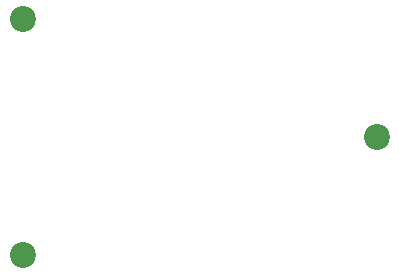
<source format=gbr>
%TF.GenerationSoftware,KiCad,Pcbnew,9.0.2*%
%TF.CreationDate,2025-07-10T11:39:35+02:00*%
%TF.ProjectId,iagabel,69616761-6265-46c2-9e6b-696361645f70,rev?*%
%TF.SameCoordinates,Original*%
%TF.FileFunction,Soldermask,Bot*%
%TF.FilePolarity,Negative*%
%FSLAX46Y46*%
G04 Gerber Fmt 4.6, Leading zero omitted, Abs format (unit mm)*
G04 Created by KiCad (PCBNEW 9.0.2) date 2025-07-10 11:39:35*
%MOMM*%
%LPD*%
G01*
G04 APERTURE LIST*
%ADD10C,2.200000*%
G04 APERTURE END LIST*
D10*
%TO.C,H2*%
X40000000Y-10000000D03*
%TD*%
%TO.C,H1*%
X10000000Y0D03*
%TD*%
%TO.C,H3*%
X10000000Y-20000000D03*
%TD*%
M02*

</source>
